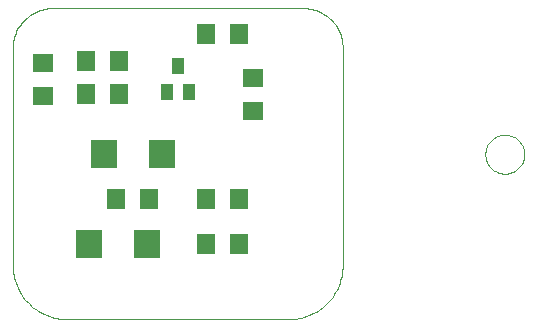
<source format=gtp>
G75*
G70*
%OFA0B0*%
%FSLAX24Y24*%
%IPPOS*%
%LPD*%
%AMOC8*
5,1,8,0,0,1.08239X$1,22.5*
%
%ADD10C,0.0000*%
%ADD11R,0.0709X0.0630*%
%ADD12R,0.0630X0.0709*%
%ADD13R,0.0394X0.0551*%
%ADD14R,0.0866X0.0945*%
D10*
X001904Y001670D02*
X009297Y001670D01*
X009297Y001671D02*
X009382Y001673D01*
X009468Y001679D01*
X009553Y001689D01*
X009637Y001703D01*
X009720Y001722D01*
X009803Y001744D01*
X009884Y001770D01*
X009965Y001800D01*
X010043Y001833D01*
X010120Y001871D01*
X010195Y001912D01*
X010268Y001956D01*
X010339Y002004D01*
X010407Y002055D01*
X010473Y002110D01*
X010536Y002167D01*
X010597Y002228D01*
X010654Y002291D01*
X010709Y002357D01*
X010760Y002425D01*
X010808Y002496D01*
X010852Y002569D01*
X010893Y002644D01*
X010931Y002721D01*
X010964Y002799D01*
X010994Y002880D01*
X011020Y002961D01*
X011042Y003044D01*
X011061Y003127D01*
X011075Y003211D01*
X011085Y003296D01*
X011091Y003382D01*
X011093Y003467D01*
X011093Y010721D01*
X011094Y010721D02*
X011092Y010792D01*
X011086Y010864D01*
X011077Y010935D01*
X011063Y011005D01*
X011046Y011074D01*
X011025Y011142D01*
X011000Y011210D01*
X010972Y011275D01*
X010940Y011339D01*
X010905Y011402D01*
X010867Y011462D01*
X010825Y011520D01*
X010780Y011576D01*
X010732Y011629D01*
X010682Y011679D01*
X010629Y011727D01*
X010573Y011772D01*
X010515Y011814D01*
X010455Y011852D01*
X010392Y011887D01*
X010328Y011919D01*
X010263Y011947D01*
X010195Y011972D01*
X010127Y011993D01*
X010058Y012010D01*
X009988Y012024D01*
X009917Y012033D01*
X009845Y012039D01*
X009774Y012041D01*
X009774Y012040D02*
X001426Y012040D01*
X001426Y012041D02*
X001354Y012039D01*
X001283Y012033D01*
X001211Y012024D01*
X001141Y012010D01*
X001071Y011993D01*
X001003Y011972D01*
X000935Y011947D01*
X000869Y011918D01*
X000805Y011887D01*
X000742Y011851D01*
X000682Y011813D01*
X000624Y011771D01*
X000568Y011726D01*
X000514Y011678D01*
X000463Y011627D01*
X000415Y011573D01*
X000370Y011517D01*
X000328Y011459D01*
X000290Y011399D01*
X000254Y011336D01*
X000223Y011272D01*
X000194Y011206D01*
X000169Y011138D01*
X000148Y011070D01*
X000131Y011000D01*
X000117Y010930D01*
X000108Y010858D01*
X000102Y010787D01*
X000100Y010715D01*
X000101Y010715D02*
X000101Y003473D01*
X000103Y003387D01*
X000109Y003302D01*
X000119Y003216D01*
X000134Y003132D01*
X000152Y003048D01*
X000174Y002965D01*
X000200Y002883D01*
X000230Y002803D01*
X000264Y002724D01*
X000301Y002647D01*
X000343Y002572D01*
X000387Y002498D01*
X000435Y002427D01*
X000487Y002358D01*
X000541Y002292D01*
X000599Y002229D01*
X000660Y002168D01*
X000723Y002110D01*
X000789Y002056D01*
X000858Y002004D01*
X000929Y001956D01*
X001002Y001912D01*
X001078Y001870D01*
X001155Y001833D01*
X001234Y001799D01*
X001314Y001769D01*
X001396Y001743D01*
X001479Y001721D01*
X001563Y001703D01*
X001647Y001688D01*
X001733Y001678D01*
X001818Y001672D01*
X001904Y001670D01*
X015851Y007170D02*
X015853Y007220D01*
X015859Y007270D01*
X015869Y007320D01*
X015882Y007368D01*
X015899Y007416D01*
X015920Y007462D01*
X015944Y007506D01*
X015972Y007548D01*
X016003Y007588D01*
X016037Y007625D01*
X016074Y007660D01*
X016113Y007691D01*
X016154Y007720D01*
X016198Y007745D01*
X016244Y007767D01*
X016291Y007785D01*
X016339Y007799D01*
X016388Y007810D01*
X016438Y007817D01*
X016488Y007820D01*
X016539Y007819D01*
X016589Y007814D01*
X016639Y007805D01*
X016687Y007793D01*
X016735Y007776D01*
X016781Y007756D01*
X016826Y007733D01*
X016869Y007706D01*
X016909Y007676D01*
X016947Y007643D01*
X016982Y007607D01*
X017015Y007568D01*
X017044Y007527D01*
X017070Y007484D01*
X017093Y007439D01*
X017112Y007392D01*
X017127Y007344D01*
X017139Y007295D01*
X017147Y007245D01*
X017151Y007195D01*
X017151Y007145D01*
X017147Y007095D01*
X017139Y007045D01*
X017127Y006996D01*
X017112Y006948D01*
X017093Y006901D01*
X017070Y006856D01*
X017044Y006813D01*
X017015Y006772D01*
X016982Y006733D01*
X016947Y006697D01*
X016909Y006664D01*
X016869Y006634D01*
X016826Y006607D01*
X016781Y006584D01*
X016735Y006564D01*
X016687Y006547D01*
X016639Y006535D01*
X016589Y006526D01*
X016539Y006521D01*
X016488Y006520D01*
X016438Y006523D01*
X016388Y006530D01*
X016339Y006541D01*
X016291Y006555D01*
X016244Y006573D01*
X016198Y006595D01*
X016154Y006620D01*
X016113Y006649D01*
X016074Y006680D01*
X016037Y006715D01*
X016003Y006752D01*
X015972Y006792D01*
X015944Y006834D01*
X015920Y006878D01*
X015899Y006924D01*
X015882Y006972D01*
X015869Y007020D01*
X015859Y007070D01*
X015853Y007120D01*
X015851Y007170D01*
D11*
X008101Y008619D03*
X008101Y009722D03*
X001101Y010222D03*
X001101Y009119D03*
D12*
X002550Y009170D03*
X003652Y009170D03*
X003652Y010270D03*
X002550Y010270D03*
X006550Y011170D03*
X007652Y011170D03*
X007652Y005670D03*
X006550Y005670D03*
X004652Y005670D03*
X003550Y005670D03*
X006550Y004170D03*
X007652Y004170D03*
D13*
X005975Y009237D03*
X005227Y009237D03*
X005601Y010103D03*
D14*
X005067Y007170D03*
X003135Y007170D03*
X002635Y004170D03*
X004567Y004170D03*
M02*

</source>
